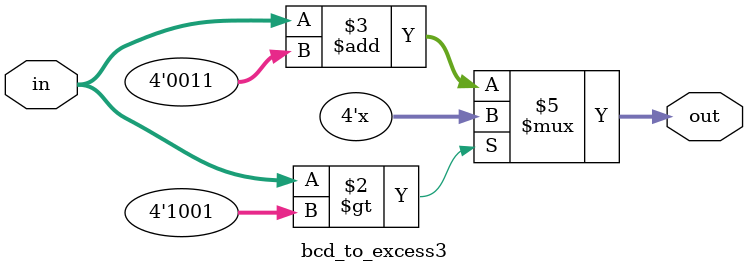
<source format=v>
/****************************************************
Developer    : Devang vekariya
Module       : bcd to excess3 code converter 
Institute    : NIT Kurukshetra
Date created : 03/10/2023
********************************************************/

module bcd_to_excess3 (in ,out);    //module defined 
   
   // input & output port declarations
  input [3:0] in ;
  output reg [3:0] out ;

  always @(*)
    begin
      if (in >4'b1001 )         // if input is greater then 9 it will  
        begin                   // give output z
        out = 4'bzzzz;
      end 
      else  
        begin
        out = in + 4'b0011 ;       // else it will add 3 in the input 
        end 
        
    end
endmodule 

</source>
